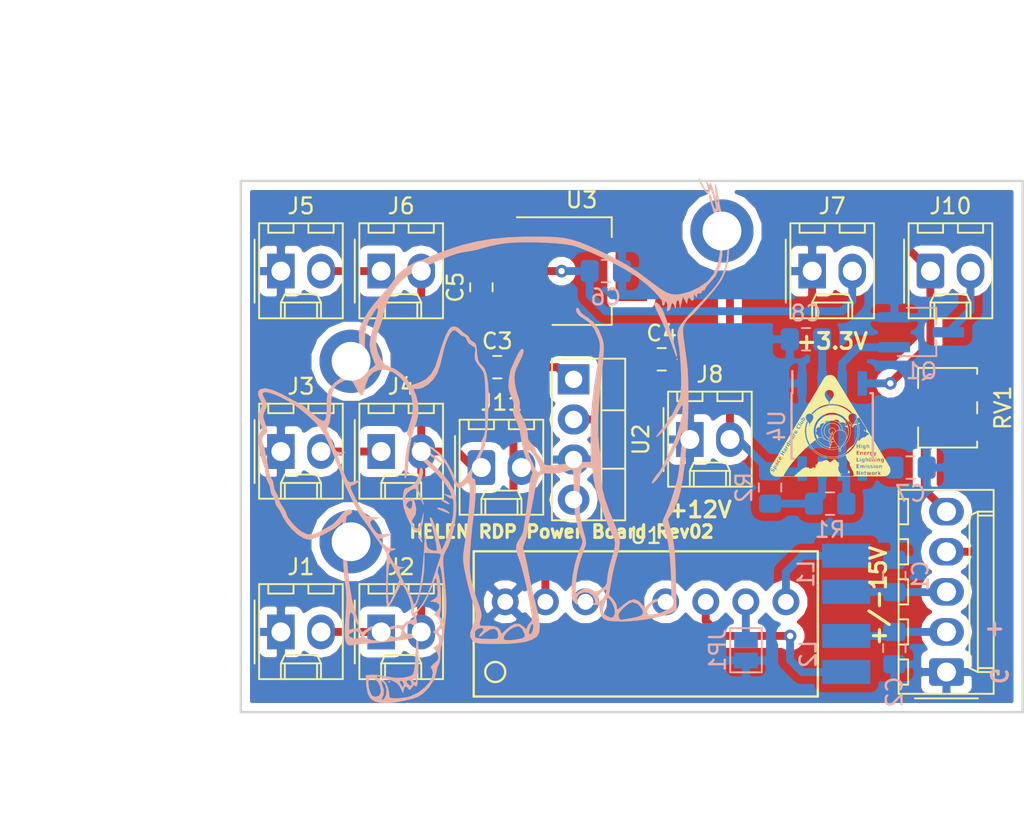
<source format=kicad_pcb>
(kicad_pcb (version 20171130) (host pcbnew 5.0.1)
  (title_block (title "Radiation Detection Payload Power Board") (date 2018-09-27) (rev 01) (company "SHC - HELEN") (comment 1 "Designed by Cory Wolfe"))
  (layers (0 F.Cu signal) (31 B.Cu signal hide) (34 B.Paste user hide) (35 F.Paste user) (36 B.SilkS user hide) (37 F.SilkS user) (38 B.Mask user hide) (39 F.Mask user) (44 Edge.Cuts user))
  (net 0 "")
  (net 1 GND)
  (net 2 "Net-(J1-Pad2)")
  (net 3 +BATT)
  (net 4 "Net-(J3-Pad2)")
  (net 5 "Net-(J5-Pad2)")
  (net 6 /+3.3V)
  (net 7 /+12V)
  (net 8 /+15V)
  (net 9 /-15V)
  (net 10 "Net-(U2-Pad4)")
  (net 11 "Net-(JP1-Pad1)")
  (net 12 "Net-(L1-Pad1)")
  (net 13 "Net-(L2-Pad1)")
  (net 14 /C_in)
  (net 15 /C_out)
  (net 16 /POWR)
  (net 17 "Net-(C7-Pad1)")
  (net 18 /THR)
  (net 19 /FAA_GND)
  (net 20 /FAA_SIG)
  (net 21 "Net-(R1-Pad1)")
  (net 22 "Net-(U1-Pad3)")
  (net 23 "Net-(U1-Pad5)")
  (module Connector_Molex:Molex_KK-254_AE-6410-05A_1x05_P2.54mm_Vertical (layer F.Cu) (at 165.354 78.74 90)
    (fp_text reference J9 hide)
    (fp_text value FPGA)
    (pad 1 thru_hole roundrect (at 0 0 90) (size 1.74 2.2) (drill 1.2) (layers *.Cu *.Mask) (roundrect_rratio 0.143678) (net 1 GND))
    (pad 2 thru_hole oval (at 2.54 0 90) (size 1.74 2.2) (drill 1.2) (layers *.Cu *.Mask) (net 8 /+15V))
    (pad 3 thru_hole oval (at 5.08 0 90) (size 1.74 2.2) (drill 1.2) (layers *.Cu *.Mask) (net 9 /-15V))
    (pad 4 thru_hole oval (at 7.62 0 90) (size 1.74 2.2) (drill 1.2) (layers *.Cu *.Mask) (net 14 /C_in))
    (pad 5 thru_hole oval (at 10.16 0 90) (size 1.74 2.2) (drill 1.2) (layers *.Cu *.Mask) (net 15 /C_out))
  )
  (module Package_TO_SOT_SMD:SOT-223 (layer F.Cu) (at 142.24 53.34)
    (fp_text reference U3 (at 0 -4.5) (layer F.SilkS))
    (fp_text value AZ1117CH-3.3)
    (pad 1 smd rect (at -3.15 -2.3) (size 2 1.5) (layers F.Cu F.Paste F.Mask) (net 1 GND))
    (pad 3 smd rect (at -3.15 2.3) (size 2 1.5) (layers F.Cu F.Paste F.Mask) (net 16 /POWR))
    (pad 2 smd rect (at -3.15 0) (size 2 1.5) (layers F.Cu F.Paste F.Mask) (net 6 /+3.3V))
    (pad 4 smd rect (at 3.15 0) (size 2 3.8) (layers F.Cu F.Paste F.Mask))
  )
  (module Package_TO_SOT_THT:TO-220-4_Vertical (layer F.Cu) (at 141.732 60.198 270)
    (fp_text reference U2 (at 3.81 -4.27 270) (layer F.SilkS))
    (fp_text value KA378R12C)
    (pad 4 thru_hole oval (at 7.62 0 270) (size 1.905 2) (drill 1.1) (layers *.Cu *.Mask) (net 10 "Net-(U2-Pad4)"))
    (pad 3 thru_hole oval (at 5.08 0 270) (size 1.905 2) (drill 1.1) (layers *.Cu *.Mask) (net 1 GND))
    (pad 2 thru_hole oval (at 2.54 0 270) (size 1.905 2) (drill 1.1) (layers *.Cu *.Mask) (net 7 /+12V))
    (pad 1 thru_hole rect (at 0 0 270) (size 1.905 2) (drill 1.1) (layers *.Cu *.Mask) (net 16 /POWR))
  )
  (module Connector_Molex:Molex_KK-254_AE-6410-02A_1x02_P2.54mm_Vertical (layer F.Cu) (at 123.19 76.2)
    (fp_text reference J1 (at 1.27 -4.12) (layer F.SilkS))
    (fp_text value Conn_01x02_Male)
    (pad 2 thru_hole oval (at 2.54 0) (size 1.74 2.2) (drill 1.2) (layers *.Cu *.Mask) (net 2 "Net-(J1-Pad2)"))
    (pad 1 thru_hole rect (at 0 0) (size 1.74 2.2) (drill 1.2) (layers *.Cu *.Mask) (net 1 GND))
  )
  (module Connector_Molex:Molex_KK-254_AE-6410-02A_1x02_P2.54mm_Vertical (layer F.Cu) (at 129.54 76.2)
    (fp_text reference J2 (at 1.27 -4.12) (layer F.SilkS))
    (fp_text value Conn_01x02_Male)
    (pad 2 thru_hole oval (at 2.54 0) (size 1.74 2.2) (drill 1.2) (layers *.Cu *.Mask) (net 3 +BATT))
    (pad 1 thru_hole rect (at 0 0) (size 1.74 2.2) (drill 1.2) (layers *.Cu *.Mask) (net 2 "Net-(J1-Pad2)"))
  )
  (module Connector_Molex:Molex_KK-254_AE-6410-02A_1x02_P2.54mm_Vertical (layer F.Cu) (at 123.19 64.77)
    (fp_text reference J3 (at 1.27 -4.12) (layer F.SilkS))
    (fp_text value Conn_01x02_Male)
    (pad 2 thru_hole oval (at 2.54 0) (size 1.74 2.2) (drill 1.2) (layers *.Cu *.Mask) (net 4 "Net-(J3-Pad2)"))
    (pad 1 thru_hole rect (at 0 0) (size 1.74 2.2) (drill 1.2) (layers *.Cu *.Mask) (net 1 GND))
  )
  (module Connector_Molex:Molex_KK-254_AE-6410-02A_1x02_P2.54mm_Vertical (layer F.Cu) (at 129.54 64.77)
    (fp_text reference J4 (at 1.27 -4.12) (layer F.SilkS))
    (fp_text value Conn_01x02_Male)
    (pad 2 thru_hole oval (at 2.54 0) (size 1.74 2.2) (drill 1.2) (layers *.Cu *.Mask) (net 3 +BATT))
    (pad 1 thru_hole rect (at 0 0) (size 1.74 2.2) (drill 1.2) (layers *.Cu *.Mask) (net 4 "Net-(J3-Pad2)"))
  )
  (module Connector_Molex:Molex_KK-254_AE-6410-02A_1x02_P2.54mm_Vertical (layer F.Cu) (at 123.19 53.34)
    (fp_text reference J5 (at 1.27 -4.12) (layer F.SilkS))
    (fp_text value Conn_01x02_Male)
    (pad 2 thru_hole oval (at 2.54 0) (size 1.74 2.2) (drill 1.2) (layers *.Cu *.Mask) (net 5 "Net-(J5-Pad2)"))
    (pad 1 thru_hole rect (at 0 0) (size 1.74 2.2) (drill 1.2) (layers *.Cu *.Mask) (net 1 GND))
  )
  (module Connector_Molex:Molex_KK-254_AE-6410-02A_1x02_P2.54mm_Vertical (layer F.Cu) (at 129.54 53.34)
    (fp_text reference J6 (at 1.27 -4.12) (layer F.SilkS))
    (fp_text value Conn_01x02_Male)
    (pad 2 thru_hole oval (at 2.54 0) (size 1.74 2.2) (drill 1.2) (layers *.Cu *.Mask) (net 3 +BATT))
    (pad 1 thru_hole rect (at 0 0) (size 1.74 2.2) (drill 1.2) (layers *.Cu *.Mask) (net 5 "Net-(J5-Pad2)"))
  )
  (module Connector_Molex:Molex_KK-254_AE-6410-02A_1x02_P2.54mm_Vertical (layer F.Cu) (at 156.845 53.34)
    (fp_text reference J7 (at 1.27 -4.12) (layer F.SilkS))
    (fp_text value 3.3V)
    (pad 2 thru_hole oval (at 2.54 0) (size 1.74 2.2) (drill 1.2) (layers *.Cu *.Mask) (net 6 /+3.3V))
    (pad 1 thru_hole rect (at 0 0) (size 1.74 2.2) (drill 1.2) (layers *.Cu *.Mask) (net 1 GND))
  )
  (module Connector_Molex:Molex_KK-254_AE-6410-02A_1x02_P2.54mm_Vertical (layer F.Cu) (at 149.098 64.008)
    (fp_text reference J8 (at 1.27 -4.12) (layer F.SilkS))
    (fp_text value 12V)
    (pad 2 thru_hole oval (at 2.54 0) (size 1.74 2.2) (drill 1.2) (layers *.Cu *.Mask) (net 7 /+12V))
    (pad 1 thru_hole rect (at 0 0) (size 1.74 2.2) (drill 1.2) (layers *.Cu *.Mask) (net 1 GND))
  )
  (module Capacitor_SMD:C_0805_2012Metric_Pad1.15x1.40mm_HandSolder (layer F.Cu) (at 136.897 59.427)
    (fp_text reference C3 (at 0 -1.65) (layer F.SilkS))
    (fp_text value "10 uF")
    (pad 1 smd roundrect (at -1.025 0) (size 1.15 1.4) (layers F.Cu F.Paste F.Mask) (roundrect_rratio 0.217391) (net 1 GND))
    (pad 2 smd roundrect (at 1.025 0) (size 1.15 1.4) (layers F.Cu F.Paste F.Mask) (roundrect_rratio 0.217391) (net 16 /POWR))
  )
  (module Capacitor_SMD:C_0805_2012Metric_Pad1.15x1.40mm_HandSolder (layer F.Cu) (at 147.311 58.928)
    (fp_text reference C4 (at 0 -1.65) (layer F.SilkS))
    (fp_text value "47 uF")
    (pad 2 smd roundrect (at 1.025 0) (size 1.15 1.4) (layers F.Cu F.Paste F.Mask) (roundrect_rratio 0.217391) (net 1 GND))
    (pad 1 smd roundrect (at -1.025 0) (size 1.15 1.4) (layers F.Cu F.Paste F.Mask) (roundrect_rratio 0.217391) (net 7 /+12V))
  )
  (module Capacitor_SMD:C_0805_2012Metric_Pad1.15x1.40mm_HandSolder (layer F.Cu) (at 135.89 54.365 90)
    (fp_text reference C5 (at 0 -1.65 90) (layer F.SilkS))
    (fp_text value "10 uF")
    (pad 1 smd roundrect (at -1.025 0 90) (size 1.15 1.4) (layers F.Cu F.Paste F.Mask) (roundrect_rratio 0.217391) (net 16 /POWR))
    (pad 2 smd roundrect (at 1.025 0 90) (size 1.15 1.4) (layers F.Cu F.Paste F.Mask) (roundrect_rratio 0.217391) (net 1 GND))
  )
  (module Capacitor_SMD:C_0805_2012Metric_Pad1.15x1.40mm_HandSolder (layer B.Cu) (at 143.773 53.34)
    (fp_text reference C6 (at 0 1.65) (layer B.SilkS) (effects (justify mirror)))
    (fp_text value "22 uF")
    (pad 2 smd roundrect (at 1.025 0) (size 1.15 1.4) (layers B.Cu B.Paste B.Mask) (roundrect_rratio 0.217391) (net 1 GND))
    (pad 1 smd roundrect (at -1.025 0) (size 1.15 1.4) (layers B.Cu B.Paste B.Mask) (roundrect_rratio 0.217391) (net 6 /+3.3V))
  )
  (module RDP-Power:GP2image (layer F.Cu) (at 135.636 62.738)
    (fp_text reference G*** hide)
    (fp_text value LOGO hide)
  )
  (module rdplibs:ScrewHole (layer F.Cu) (at 151.13 50.8)
    (fp_text reference REF** hide)
    (fp_text value ScrewHole)
    (pad "" np_thru_hole circle (at 0 0) (size 4 4) (drill 2.46) (layers *.Cu *.Mask))
  )
  (module rdplibs:ScrewHole (layer F.Cu) (at 127.635 70.485)
    (fp_text reference REF** hide)
    (fp_text value ScrewHole)
    (pad "" np_thru_hole circle (at 0 0) (size 4 4) (drill 2.46) (layers *.Cu *.Mask))
  )
  (module rdplibs:ScrewHole (layer F.Cu) (at 127.635 59.055)
    (fp_text reference REF** hide)
    (fp_text value ScrewHole)
    (pad "" np_thru_hole circle (at 0 0) (size 4 4) (drill 2.46) (layers *.Cu *.Mask))
  )
  (module Potentiometer_SMD:Potentiometer_Bourns_3214W_Vertical (layer F.Cu) (at 165.428 61.996 270)
    (fp_text reference RV1 (at 0 -3.5 270) (layer F.SilkS))
    (fp_text value R_POT)
    (pad 1 smd rect (at 1.25 -1.45 270) (size 1.3 1.6) (layers F.Cu F.Paste F.Mask) (net 14 /C_in))
    (pad 2 smd rect (at 0 1.45 270) (size 2 1.6) (layers F.Cu F.Paste F.Mask) (net 15 /C_out))
    (pad 3 smd rect (at -1.25 -1.45 270) (size 1.3 1.6) (layers F.Cu F.Paste F.Mask) (net 1 GND))
  )
  (module Capacitor_SMD:C_0805_2012Metric_Pad1.15x1.40mm_HandSolder (layer B.Cu) (at 162.052 72.653 90)
    (fp_text reference C1 (at 0 1.65 90) (layer B.SilkS) (effects (justify mirror)))
    (fp_text value "1 uF")
    (pad 2 smd roundrect (at 1.025 0 90) (size 1.15 1.4) (layers B.Cu B.Paste B.Mask) (roundrect_rratio 0.217391) (net 1 GND))
    (pad 1 smd roundrect (at -1.025 0 90) (size 1.15 1.4) (layers B.Cu B.Paste B.Mask) (roundrect_rratio 0.217391) (net 9 /-15V))
  )
  (module Capacitor_SMD:C_0805_2012Metric_Pad1.15x1.40mm_HandSolder (layer B.Cu) (at 162.052 77.225 270)
    (fp_text reference C2 (at 2.785 0 270) (layer B.SilkS) (effects (justify mirror)))
    (fp_text value "1 uF")
    (pad 1 smd roundrect (at -1.025 0 270) (size 1.15 1.4) (layers B.Cu B.Paste B.Mask) (roundrect_rratio 0.217391) (net 8 /+15V))
    (pad 2 smd roundrect (at 1.025 0 270) (size 1.15 1.4) (layers B.Cu B.Paste B.Mask) (roundrect_rratio 0.217391) (net 1 GND))
  )
  (module Capacitor_SMD:C_0805_2012Metric_Pad1.15x1.40mm_HandSolder (layer B.Cu) (at 163.077 65.786)
    (fp_text reference C7 (at 0 1.65) (layer B.SilkS) (effects (justify mirror)))
    (fp_text value ".01 uF")
    (pad 2 smd roundrect (at 1.025 0) (size 1.15 1.4) (layers B.Cu B.Paste B.Mask) (roundrect_rratio 0.217391) (net 1 GND))
    (pad 1 smd roundrect (at -1.025 0) (size 1.15 1.4) (layers B.Cu B.Paste B.Mask) (roundrect_rratio 0.217391) (net 17 "Net-(C7-Pad1)"))
  )
  (module Capacitor_SMD:C_0805_2012Metric_Pad1.15x1.40mm_HandSolder (layer B.Cu) (at 156.455 57.658 180)
    (fp_text reference C8 (at 0 1.65 180) (layer B.SilkS) (effects (justify mirror)))
    (fp_text value "47 uF")
    (pad 1 smd roundrect (at -1.025 0 180) (size 1.15 1.4) (layers B.Cu B.Paste B.Mask) (roundrect_rratio 0.217391) (net 18 /THR))
    (pad 2 smd roundrect (at 1.025 0 180) (size 1.15 1.4) (layers B.Cu B.Paste B.Mask) (roundrect_rratio 0.217391) (net 1 GND))
  )
  (module Connector_Molex:Molex_KK-254_AE-6410-02A_1x02_P2.54mm_Vertical (layer F.Cu) (at 164.338 53.34)
    (fp_text reference J10 (at 1.27 -4.12) (layer F.SilkS))
    (fp_text value "FAA LED")
    (pad 2 thru_hole oval (at 2.54 0) (size 1.74 2.2) (drill 1.2) (layers *.Cu *.Mask) (net 19 /FAA_GND))
    (pad 1 thru_hole roundrect (at 0 0) (size 1.74 2.2) (drill 1.2) (layers *.Cu *.Mask) (roundrect_rratio 0.143678) (net 7 /+12V))
  )
  (module Connector_Molex:Molex_KK-254_AE-6410-02A_1x02_P2.54mm_Vertical (layer F.Cu) (at 135.89 65.786)
    (fp_text reference J11 (at 1.27 -4.12) (layer F.SilkS))
    (fp_text value Switch)
    (pad 1 thru_hole roundrect (at 0 0) (size 1.74 2.2) (drill 1.2) (layers *.Cu *.Mask) (roundrect_rratio 0.143678) (net 3 +BATT))
    (pad 2 thru_hole oval (at 2.54 0) (size 1.74 2.2) (drill 1.2) (layers *.Cu *.Mask) (net 16 /POWR))
  )
  (module Jumper:SolderJumper-2_P1.3mm_Open_Pad1.0x1.5mm (layer B.Cu) (at 152.654 77.358 270)
    (fp_text reference JP1 (at 0 1.8 270) (layer B.SilkS) (effects (justify mirror)))
    (fp_text value Jumper)
    (pad 2 smd rect (at 0.65 0 270) (size 1 1.5) (layers B.Cu B.Mask) (net 1 GND))
    (pad 1 smd rect (at -0.65 0 270) (size 1 1.5) (layers B.Cu B.Mask) (net 11 "Net-(JP1-Pad1)"))
  )
  (module "rdplibs:Murata 8200" (layer B.Cu) (at 159.004 72.515 270)
    (fp_text reference L1 (at 0 2.54 270) (layer B.SilkS) (effects (justify mirror)))
    (fp_text value "47 uH")
    (pad 1 smd rect (at -1.145 0 270) (size 1.52 3.05) (layers B.Cu B.Paste B.Mask) (net 12 "Net-(L1-Pad1)"))
    (pad 2 smd rect (at 1.145 0 270) (size 1.52 3.05) (layers B.Cu B.Paste B.Mask) (net 9 /-15V))
  )
  (module "rdplibs:Murata 8200" (layer B.Cu) (at 159.004 77.599 90)
    (fp_text reference L2 (at 0 -2.413 90) (layer B.SilkS) (effects (justify mirror)))
    (fp_text value "47 uH")
    (pad 2 smd rect (at 1.145 0 90) (size 1.52 3.05) (layers B.Cu B.Paste B.Mask) (net 8 /+15V))
    (pad 1 smd rect (at -1.145 0 90) (size 1.52 3.05) (layers B.Cu B.Paste B.Mask) (net 13 "Net-(L2-Pad1)"))
  )
  (module Package_TO_SOT_SMD:TSOT-23_HandSoldering (layer B.Cu) (at 163.762 57.216)
    (fp_text reference Q1 (at 0 2.45) (layer B.SilkS) (effects (justify mirror)))
    (fp_text value NTR4003NT1G)
    (pad 1 smd rect (at -1.71 0.95) (size 2 0.65) (layers B.Cu B.Paste B.Mask) (net 20 /FAA_SIG))
    (pad 2 smd rect (at -1.71 -0.95) (size 2 0.65) (layers B.Cu B.Paste B.Mask) (net 1 GND))
    (pad 3 smd rect (at 1.71 0) (size 2 0.65) (layers B.Cu B.Paste B.Mask) (net 19 /FAA_GND))
  )
  (module Resistor_SMD:R_0805_2012Metric_Pad1.15x1.40mm_HandSolder (layer B.Cu) (at 157.979 68.072)
    (fp_text reference R1 (at 0 1.65) (layer B.SilkS) (effects (justify mirror)))
    (fp_text value 3k)
    (pad 1 smd roundrect (at -1.025 0) (size 1.15 1.4) (layers B.Cu B.Paste B.Mask) (roundrect_rratio 0.217391) (net 21 "Net-(R1-Pad1)"))
    (pad 2 smd roundrect (at 1.025 0) (size 1.15 1.4) (layers B.Cu B.Paste B.Mask) (roundrect_rratio 0.217391) (net 18 /THR))
  )
  (module Resistor_SMD:R_0805_2012Metric_Pad1.15x1.40mm_HandSolder (layer B.Cu) (at 154.178 67.047 270)
    (fp_text reference R2 (at 0 1.65 270) (layer B.SilkS) (effects (justify mirror)))
    (fp_text value 24k)
    (pad 2 smd roundrect (at 1.025 0 270) (size 1.15 1.4) (layers B.Cu B.Paste B.Mask) (roundrect_rratio 0.217391) (net 21 "Net-(R1-Pad1)"))
    (pad 1 smd roundrect (at -1.025 0 270) (size 1.15 1.4) (layers B.Cu B.Paste B.Mask) (roundrect_rratio 0.217391) (net 7 /+12V))
  )
  (module PowerRDP:Recom_RS3 (layer F.Cu) (at 146.304 75.692)
    (fp_text reference U1 (at 0 -5.588) (layer F.SilkS))
    (fp_text value Recom_RS3)
    (pad 1 thru_hole circle (at -8.9 -1.4) (size 1.7 1.7) (drill 1) (layers *.Cu *.Mask) (net 1 GND))
    (pad 2 thru_hole circle (at -6.36 -1.4) (size 1.7 1.7) (drill 1) (layers *.Cu *.Mask) (net 16 /POWR))
    (pad 3 thru_hole circle (at -3.82 -1.4) (size 1.7 1.7) (drill 1) (layers *.Cu *.Mask) (net 22 "Net-(U1-Pad3)"))
    (pad 5 thru_hole circle (at 1.26 -1.4) (size 1.7 1.7) (drill 1) (layers *.Cu *.Mask) (net 23 "Net-(U1-Pad5)"))
    (pad 6 thru_hole circle (at 3.8 -1.4) (size 1.7 1.7) (drill 1) (layers *.Cu *.Mask) (net 13 "Net-(L2-Pad1)"))
    (pad 7 thru_hole circle (at 6.34 -1.4) (size 1.7 1.7) (drill 1) (layers *.Cu *.Mask) (net 11 "Net-(JP1-Pad1)"))
    (pad 8 thru_hole circle (at 8.88 -1.4) (size 1.7 1.7) (drill 1) (layers *.Cu *.Mask) (net 12 "Net-(L1-Pad1)"))
  )
  (module Package_SO:SOIC-8_3.9x4.9mm_P1.27mm (layer B.Cu) (at 158.115 63.152 270)
    (fp_text reference U4 (at 0 3.5 270) (layer B.SilkS) (effects (justify mirror)))
    (fp_text value TS555)
    (pad 1 smd rect (at -2.7 1.905 270) (size 1.55 0.6) (layers B.Cu B.Paste B.Mask) (net 1 GND))
    (pad 2 smd rect (at -2.7 0.635 270) (size 1.55 0.6) (layers B.Cu B.Paste B.Mask) (net 18 /THR))
    (pad 3 smd rect (at -2.7 -0.635 270) (size 1.55 0.6) (layers B.Cu B.Paste B.Mask) (net 20 /FAA_SIG))
    (pad 4 smd rect (at -2.7 -1.905 270) (size 1.55 0.6) (layers B.Cu B.Paste B.Mask) (net 7 /+12V))
    (pad 5 smd rect (at 2.7 -1.905 270) (size 1.55 0.6) (layers B.Cu B.Paste B.Mask) (net 17 "Net-(C7-Pad1)"))
    (pad 6 smd rect (at 2.7 -0.635 270) (size 1.55 0.6) (layers B.Cu B.Paste B.Mask) (net 18 /THR))
    (pad 7 smd rect (at 2.7 0.635 270) (size 1.55 0.6) (layers B.Cu B.Paste B.Mask) (net 21 "Net-(R1-Pad1)"))
    (pad 8 smd rect (at 2.7 1.905 270) (size 1.55 0.6) (layers B.Cu B.Paste B.Mask) (net 7 /+12V))
  )
  (module rdplibs:HELENlogo_large (layer F.Cu) (at 157.988 62.992)
    (fp_text reference G*** hide)
    (fp_text value LOGO hide)
  )
  (gr_text + (at 168.402 75.946) (layer B.SilkS) (effects (font (size 1 1) (thickness 0.2)) (justify mirror)))
  (gr_text G (at 168.656 78.994 270) (layer B.SilkS) (effects (font (size 1 1) (thickness 0.2)) (justify mirror)))
  (gr_text "HELEN RDP Power Board Rev02" (at 140.97 69.85) (layer F.SilkS) (effects (font (size 0.8 0.8) (thickness 0.2))))
  (gr_text "+12V\n" (at 149.733 68.453) (layer F.SilkS) (effects (font (size 1 1) (thickness 0.2))))
  (gr_text +3.3V (at 158.115 57.785) (layer F.SilkS) (effects (font (size 1 1) (thickness 0.2))))
  (gr_text +/-15V (at 161.036 73.914 90) (layer F.SilkS) (effects (font (size 1 1) (thickness 0.2))))
  (gr_line (start 120.65 47.625) (end 120.65 48.26) (layer Edge.Cuts) (width 0.15))
  (gr_line (start 170.18 47.625) (end 120.65 47.625) (layer Edge.Cuts) (width 0.15))
  (gr_line (start 170.18 81.28) (end 170.18 47.625) (layer Edge.Cuts) (width 0.15))
  (gr_line (start 120.65 81.28) (end 170.18 81.28) (layer Edge.Cuts) (width 0.15))
  (gr_line (start 120.65 48.26) (end 120.65 81.28) (layer Edge.Cuts) (width 0.15))
  (segment (start 129.54 76.2) (end 125.73 76.2) (width 0.5) (layer F.Cu) (net 2))
  (segment (start 132.08 53.34) (end 132.08 57.785) (width 0.25) (layer F.Cu) (net 3))
  (segment (start 132.08 57.785) (end 132.08 64.77) (width 0.25) (layer F.Cu) (net 3))
  (segment (start 132.08 72.39) (end 132.08 76.2) (width 0.25) (layer F.Cu) (net 3))
  (segment (start 132.08 64.77) (end 132.08 71.12) (width 0.25) (layer F.Cu) (net 3))
  (segment (start 132.08 71.12) (end 132.08 72.39) (width 0.25) (layer F.Cu) (net 3))
  (segment (start 132.08 53.34) (end 132.08 64.77) (width 0.5) (layer F.Cu) (net 3))
  (segment (start 132.08 53.34) (end 132.08 53.57) (width 0.5) (layer F.Cu) (net 3))
  (segment (start 132.08 72.136) (end 132.08 76.2) (width 0.5) (layer F.Cu) (net 3))
  (segment (start 132.08 69.215) (end 132.08 72.136) (width 0.5) (layer F.Cu) (net 3))
  (segment (start 132.08 64.77) (end 132.08 69.215) (width 0.5) (layer F.Cu) (net 3))
  (segment (start 134.366 64.77) (end 135.382 65.786) (width 0.5) (layer F.Cu) (net 3))
  (segment (start 132.08 64.77) (end 134.366 64.77) (width 0.5) (layer F.Cu) (net 3))
  (segment (start 125.73 64.77) (end 129.54 64.77) (width 0.5) (layer F.Cu) (net 4))
  (segment (start 125.73 53.34) (end 129.54 53.34) (width 0.5) (layer F.Cu) (net 5))
  (via (at 140.97 53.34) (size 0.8) (drill 0.4) (layers F.Cu B.Cu) (net 6))
  (segment (start 139.09 53.34) (end 140.97 53.34) (width 0.5) (layer F.Cu) (net 6))
  (segment (start 140.97 53.34) (end 142.748 53.34) (width 0.5) (layer B.Cu) (net 6))
  (segment (start 158.75 55.88) (end 159.385 55.245) (width 0.5) (layer B.Cu) (net 6))
  (segment (start 143.764 55.88) (end 158.75 55.88) (width 0.5) (layer B.Cu) (net 6))
  (segment (start 142.748 53.34) (end 142.748 54.864) (width 0.5) (layer B.Cu) (net 6))
  (segment (start 159.385 55.245) (end 159.385 53.34) (width 0.5) (layer B.Cu) (net 6))
  (segment (start 142.748 54.864) (end 143.764 55.88) (width 0.5) (layer B.Cu) (net 6))
  (segment (start 151.638 61.468) (end 151.638 64.008) (width 0.5) (layer F.Cu) (net 7))
  (segment (start 151.638 54.61) (end 155.956 50.292) (width 0.5) (layer F.Cu) (net 7))
  (segment (start 161.29 50.292) (end 164.338 53.34) (width 0.5) (layer F.Cu) (net 7))
  (segment (start 155.956 50.292) (end 161.29 50.292) (width 0.5) (layer F.Cu) (net 7))
  (segment (start 152.164 64.008) (end 154.178 66.022) (width 0.5) (layer B.Cu) (net 7))
  (segment (start 151.638 64.008) (end 152.164 64.008) (width 0.5) (layer B.Cu) (net 7))
  (segment (start 156.04 66.022) (end 156.21 65.852) (width 0.5) (layer B.Cu) (net 7))
  (segment (start 154.178 66.022) (end 156.04 66.022) (width 0.5) (layer B.Cu) (net 7))
  (segment (start 164.338 53.34) (end 164.338 57.912) (width 0.5) (layer F.Cu) (net 7))
  (via (at 161.798 60.452) (size 0.8) (drill 0.4) (layers F.Cu B.Cu) (net 7))
  (segment (start 164.338 57.912) (end 161.798 60.452) (width 0.5) (layer F.Cu) (net 7))
  (segment (start 161.798 60.452) (end 160.02 60.452) (width 0.5) (layer B.Cu) (net 7))
  (segment (start 146.286 59.684) (end 146.286 58.928) (width 0.5) (layer F.Cu) (net 7))
  (segment (start 143.232 62.738) (end 146.286 59.684) (width 0.5) (layer F.Cu) (net 7))
  (segment (start 141.732 62.738) (end 143.232 62.738) (width 0.5) (layer F.Cu) (net 7))
  (segment (start 147.772 61.214) (end 151.638 61.214) (width 0.5) (layer F.Cu) (net 7))
  (segment (start 146.286 59.728) (end 147.772 61.214) (width 0.5) (layer F.Cu) (net 7))
  (segment (start 146.286 58.928) (end 146.286 59.728) (width 0.5) (layer F.Cu) (net 7))
  (segment (start 151.638 61.468) (end 151.638 61.214) (width 0.5) (layer F.Cu) (net 7))
  (segment (start 151.638 61.214) (end 151.638 54.61) (width 0.5) (layer F.Cu) (net 7))
  (segment (start 161.798 76.454) (end 162.052 76.2) (width 0.5) (layer B.Cu) (net 8))
  (segment (start 159.004 76.454) (end 161.798 76.454) (width 0.5) (layer B.Cu) (net 8))
  (segment (start 162.052 76.2) (end 165.354 76.2) (width 0.5) (layer B.Cu) (net 8))
  (segment (start 162.034 73.66) (end 162.052 73.678) (width 0.5) (layer B.Cu) (net 9))
  (segment (start 159.004 73.66) (end 162.034 73.66) (width 0.5) (layer B.Cu) (net 9))
  (segment (start 165.336 73.678) (end 165.354 73.66) (width 0.5) (layer B.Cu) (net 9))
  (segment (start 162.052 73.678) (end 165.336 73.678) (width 0.5) (layer B.Cu) (net 9))
  (segment (start 152.644 76.698) (end 152.654 76.708) (width 0.5) (layer B.Cu) (net 11))
  (segment (start 152.644 74.292) (end 152.644 76.698) (width 0.5) (layer B.Cu) (net 11))
  (segment (start 155.184 74.292) (end 155.184 72.4) (width 0.5) (layer B.Cu) (net 12))
  (segment (start 156.214 71.37) (end 159.004 71.37) (width 0.5) (layer B.Cu) (net 12))
  (segment (start 155.184 72.4) (end 156.214 71.37) (width 0.5) (layer B.Cu) (net 12))
  (segment (start 150.104 75.494081) (end 151.063919 76.454) (width 0.5) (layer F.Cu) (net 13))
  (segment (start 150.104 74.292) (end 150.104 75.494081) (width 0.5) (layer F.Cu) (net 13))
  (segment (start 151.063919 76.454) (end 155.448 76.454) (width 0.5) (layer F.Cu) (net 13))
  (via (at 155.448 76.454) (size 0.8) (drill 0.4) (layers F.Cu B.Cu) (net 13))
  (segment (start 155.448 76.454) (end 155.448 77.978) (width 0.5) (layer B.Cu) (net 13))
  (segment (start 156.214 78.744) (end 159.004 78.744) (width 0.5) (layer B.Cu) (net 13))
  (segment (start 155.448 77.978) (end 156.214 78.744) (width 0.5) (layer B.Cu) (net 13))
  (segment (start 166.954 71.12) (end 165.354 71.12) (width 0.5) (layer F.Cu) (net 14))
  (segment (start 167.894 70.18) (end 166.954 71.12) (width 0.5) (layer F.Cu) (net 14))
  (segment (start 167.894 65.412) (end 167.894 70.18) (width 0.5) (layer F.Cu) (net 14))
  (segment (start 166.878 64.396) (end 167.894 65.412) (width 0.5) (layer F.Cu) (net 14))
  (segment (start 166.878 63.246) (end 166.878 64.396) (width 0.5) (layer F.Cu) (net 14))
  (segment (start 163.978 67.204) (end 165.354 68.58) (width 0.5) (layer F.Cu) (net 15))
  (segment (start 163.978 61.996) (end 163.978 67.204) (width 0.5) (layer F.Cu) (net 15))
  (segment (start 138.84 55.39) (end 139.09 55.64) (width 0.5) (layer F.Cu) (net 16))
  (segment (start 135.89 55.39) (end 138.84 55.39) (width 0.5) (layer F.Cu) (net 16))
  (segment (start 137.922 64.186) (end 137.922 59.427) (width 0.5) (layer F.Cu) (net 16))
  (segment (start 137.922 65.786) (end 137.922 64.186) (width 0.5) (layer F.Cu) (net 16))
  (segment (start 137.922 57.422) (end 135.89 55.39) (width 0.5) (layer F.Cu) (net 16))
  (segment (start 137.922 59.427) (end 137.922 57.422) (width 0.5) (layer F.Cu) (net 16))
  (segment (start 137.922 65.786) (end 137.922 68.58) (width 0.5) (layer F.Cu) (net 16))
  (segment (start 139.944 70.602) (end 139.944 74.292) (width 0.5) (layer F.Cu) (net 16))
  (segment (start 137.922 68.58) (end 139.944 70.602) (width 0.5) (layer F.Cu) (net 16))
  (segment (start 140.707 59.427) (end 141.478 60.198) (width 0.5) (layer F.Cu) (net 16))
  (segment (start 137.922 59.427) (end 140.707 59.427) (width 0.5) (layer F.Cu) (net 16))
  (segment (start 161.986 65.852) (end 162.052 65.786) (width 0.5) (layer B.Cu) (net 17))
  (segment (start 160.02 65.852) (end 161.986 65.852) (width 0.5) (layer B.Cu) (net 17))
  (segment (start 159.004 66.106) (end 158.75 65.852) (width 0.5) (layer B.Cu) (net 18))
  (segment (start 159.004 68.072) (end 159.004 66.106) (width 0.5) (layer B.Cu) (net 18))
  (segment (start 157.48 61.157002) (end 157.48 60.452) (width 0.5) (layer B.Cu) (net 18))
  (segment (start 158.75 62.427002) (end 157.48 61.157002) (width 0.5) (layer B.Cu) (net 18))
  (segment (start 158.75 65.852) (end 158.75 62.427002) (width 0.5) (layer B.Cu) (net 18))
  (segment (start 157.48 57.658) (end 157.48 60.452) (width 0.5) (layer B.Cu) (net 18))
  (segment (start 166.878 55.81) (end 165.472 57.216) (width 0.5) (layer B.Cu) (net 19))
  (segment (start 166.878 53.34) (end 166.878 55.81) (width 0.5) (layer B.Cu) (net 19))
  (segment (start 160.552 58.166) (end 162.052 58.166) (width 0.5) (layer B.Cu) (net 20))
  (segment (start 159.761 58.166) (end 160.552 58.166) (width 0.5) (layer B.Cu) (net 20))
  (segment (start 158.75 59.177) (end 159.761 58.166) (width 0.5) (layer B.Cu) (net 20))
  (segment (start 158.75 60.452) (end 158.75 59.177) (width 0.5) (layer B.Cu) (net 20))
  (segment (start 154.178 68.072) (end 156.954 68.072) (width 0.5) (layer B.Cu) (net 21))
  (segment (start 157.48 67.546) (end 157.48 65.852) (width 0.5) (layer B.Cu) (net 21))
  (segment (start 156.954 68.072) (end 157.48 67.546) (width 0.5) (layer B.Cu) (net 21))
  (zone (net 1) (net_name GND) (layer F.Cu) (connect_pads (clearance 0.508)) (min_thickness 0.254) (fill yes (arc_segments 16) (thermal_gap 0.508) (thermal_bridge_width 0.508))
    (polygon (pts (xy 120.65 47.625) (xy 120.65 81.28) (xy 170.2308 81.3181) (xy 170.2308 47.6631)))
  )
  (zone (net 1) (net_name GND) (layer B.Cu) (connect_pads (clearance 0.508)) (min_thickness 0.254) (fill yes (arc_segments 16) (thermal_gap 0.508) (thermal_bridge_width 0.508))
    (polygon (pts (xy 120.65 47.625) (xy 120.65 81.28) (xy 170.2308 81.3181) (xy 170.2308 47.6631)))
  )
)
</source>
